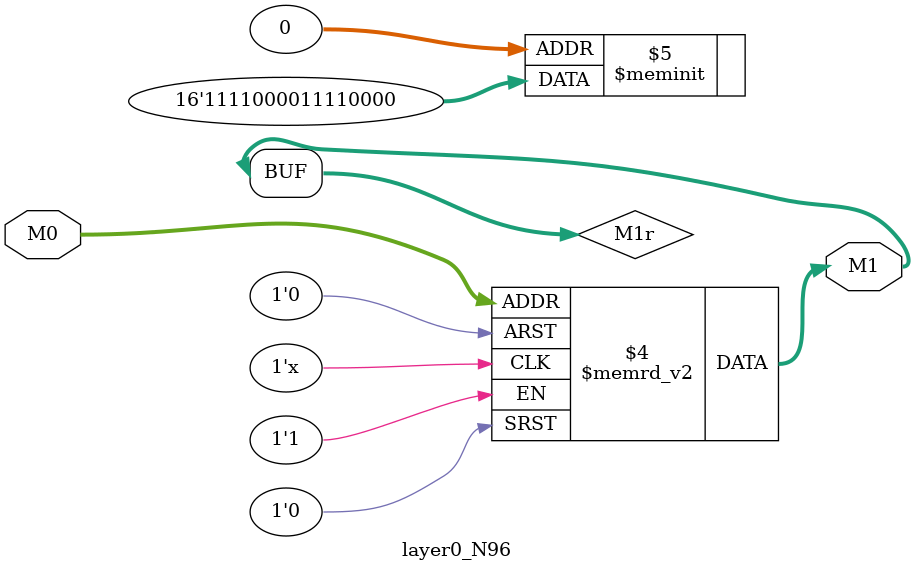
<source format=v>
module layer0_N96 ( input [2:0] M0, output [1:0] M1 );

	(*rom_style = "distributed" *) reg [1:0] M1r;
	assign M1 = M1r;
	always @ (M0) begin
		case (M0)
			3'b000: M1r = 2'b00;
			3'b100: M1r = 2'b00;
			3'b010: M1r = 2'b11;
			3'b110: M1r = 2'b11;
			3'b001: M1r = 2'b00;
			3'b101: M1r = 2'b00;
			3'b011: M1r = 2'b11;
			3'b111: M1r = 2'b11;

		endcase
	end
endmodule

</source>
